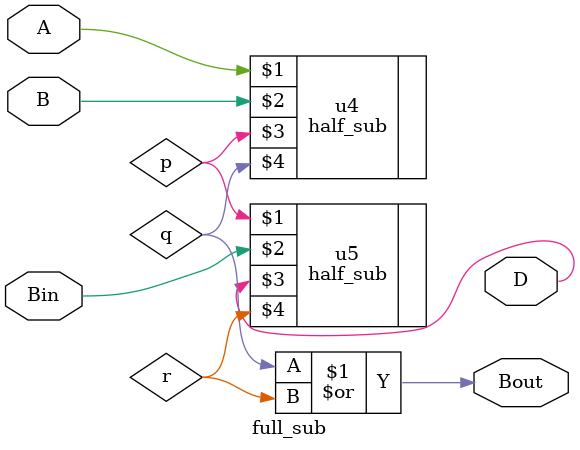
<source format=v>
module full_sub(A, B, Bin, D, Bout);

input A, B, Bin;

output D, Bout;

wire p, q, r;

half_sub u4(A, B, p, q);

half_sub u5(p, Bin, D, r);

or u6(Bout,q,r);

endmodule

</source>
